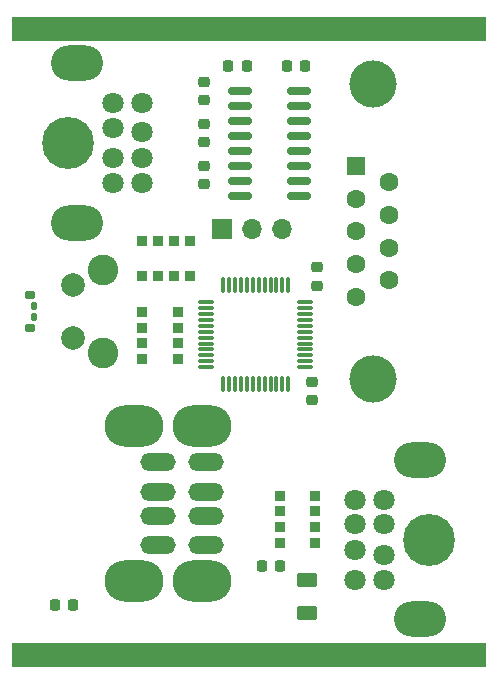
<source format=gbr>
%TF.GenerationSoftware,KiCad,Pcbnew,(7.0.0)*%
%TF.CreationDate,2023-02-18T15:12:11+00:00*%
%TF.ProjectId,ps2usb,70733275-7362-42e6-9b69-6361645f7063,rev?*%
%TF.SameCoordinates,Original*%
%TF.FileFunction,Soldermask,Top*%
%TF.FilePolarity,Negative*%
%FSLAX46Y46*%
G04 Gerber Fmt 4.6, Leading zero omitted, Abs format (unit mm)*
G04 Created by KiCad (PCBNEW (7.0.0)) date 2023-02-18 15:12:11*
%MOMM*%
%LPD*%
G01*
G04 APERTURE LIST*
G04 Aperture macros list*
%AMRoundRect*
0 Rectangle with rounded corners*
0 $1 Rounding radius*
0 $2 $3 $4 $5 $6 $7 $8 $9 X,Y pos of 4 corners*
0 Add a 4 corners polygon primitive as box body*
4,1,4,$2,$3,$4,$5,$6,$7,$8,$9,$2,$3,0*
0 Add four circle primitives for the rounded corners*
1,1,$1+$1,$2,$3*
1,1,$1+$1,$4,$5*
1,1,$1+$1,$6,$7*
1,1,$1+$1,$8,$9*
0 Add four rect primitives between the rounded corners*
20,1,$1+$1,$2,$3,$4,$5,0*
20,1,$1+$1,$4,$5,$6,$7,0*
20,1,$1+$1,$6,$7,$8,$9,0*
20,1,$1+$1,$8,$9,$2,$3,0*%
G04 Aperture macros list end*
%ADD10C,0.100000*%
%ADD11RoundRect,0.225000X-0.250000X0.225000X-0.250000X-0.225000X0.250000X-0.225000X0.250000X0.225000X0*%
%ADD12RoundRect,0.225000X-0.225000X-0.250000X0.225000X-0.250000X0.225000X0.250000X-0.225000X0.250000X0*%
%ADD13C,1.800000*%
%ADD14O,4.400000X3.000000*%
%ADD15C,4.400000*%
%ADD16RoundRect,0.150000X0.300000X0.150000X-0.300000X0.150000X-0.300000X-0.150000X0.300000X-0.150000X0*%
%ADD17RoundRect,0.137500X0.137500X0.162500X-0.137500X0.162500X-0.137500X-0.162500X0.137500X-0.162500X0*%
%ADD18R,0.900000X0.900000*%
%ADD19O,3.000000X1.500000*%
%ADD20O,5.000000X3.500000*%
%ADD21O,0.300000X1.400000*%
%ADD22O,1.400000X0.300000*%
%ADD23RoundRect,0.150000X-0.825000X-0.150000X0.825000X-0.150000X0.825000X0.150000X-0.825000X0.150000X0*%
%ADD24RoundRect,0.225000X0.250000X-0.225000X0.250000X0.225000X-0.250000X0.225000X-0.250000X-0.225000X0*%
%ADD25C,2.000000*%
%ADD26C,2.600000*%
%ADD27R,1.700000X1.700000*%
%ADD28O,1.700000X1.700000*%
%ADD29C,4.000000*%
%ADD30R,1.600000X1.600000*%
%ADD31C,1.600000*%
%ADD32RoundRect,0.250000X-0.625000X0.375000X-0.625000X-0.375000X0.625000X-0.375000X0.625000X0.375000X0*%
G04 APERTURE END LIST*
D10*
X97000000Y-120500000D02*
X137000000Y-120500000D01*
X137000000Y-120500000D02*
X137000000Y-122500000D01*
X137000000Y-122500000D02*
X97000000Y-122500000D01*
X97000000Y-122500000D02*
X97000000Y-120500000D01*
G36*
X97000000Y-120500000D02*
G01*
X137000000Y-120500000D01*
X137000000Y-122500000D01*
X97000000Y-122500000D01*
X97000000Y-120500000D01*
G37*
X97000000Y-67500000D02*
X137000000Y-67500000D01*
X137000000Y-67500000D02*
X137000000Y-69500000D01*
X137000000Y-69500000D02*
X97000000Y-69500000D01*
X97000000Y-69500000D02*
X97000000Y-67500000D01*
G36*
X97000000Y-67500000D02*
G01*
X137000000Y-67500000D01*
X137000000Y-69500000D01*
X97000000Y-69500000D01*
X97000000Y-67500000D01*
G37*
D11*
%TO.C,C4*%
X122800000Y-88725000D03*
X122800000Y-90275000D03*
%TD*%
D12*
%TO.C,C7*%
X120225000Y-71700000D03*
X121775000Y-71700000D03*
%TD*%
D13*
%TO.C,J3*%
X128500000Y-110500000D03*
X128500000Y-113100000D03*
X128500000Y-108400000D03*
X126000000Y-110500000D03*
X128500000Y-115200000D03*
X126000000Y-108400000D03*
X126000000Y-112700000D03*
X126000000Y-115200000D03*
D14*
X131499999Y-105049999D03*
D15*
X132300000Y-111800000D03*
D14*
X131499999Y-118549999D03*
%TD*%
D16*
%TO.C,D1*%
X98500000Y-91100000D03*
D17*
X98825000Y-92050000D03*
X98825000Y-92950000D03*
D16*
X98500000Y-93900000D03*
%TD*%
D18*
%TO.C,RN3*%
X107999999Y-92499999D03*
X107999999Y-93839999D03*
X107999999Y-95159999D03*
X107999999Y-96499999D03*
X110999999Y-96499999D03*
X110999999Y-95159999D03*
X110999999Y-93839999D03*
X110999999Y-92499999D03*
%TD*%
%TO.C,RN1*%
X111999999Y-86499999D03*
X110659999Y-86499999D03*
X109339999Y-86499999D03*
X107999999Y-86499999D03*
X107999999Y-89499999D03*
X109339999Y-89499999D03*
X110659999Y-89499999D03*
X111999999Y-89499999D03*
%TD*%
D12*
%TO.C,C1*%
X100571000Y-117348000D03*
X102121000Y-117348000D03*
%TD*%
D19*
%TO.C,J2*%
X113359999Y-105249999D03*
X109339999Y-105249999D03*
X113359999Y-107749999D03*
X109339999Y-107749999D03*
X113359999Y-109749999D03*
X109339999Y-109749999D03*
X113359999Y-112249999D03*
X109339999Y-112249999D03*
D20*
X113009999Y-102179999D03*
X107329999Y-102179999D03*
X113009999Y-115319999D03*
X107329999Y-115319999D03*
%TD*%
D21*
%TO.C,U1*%
X120351999Y-90234999D03*
X119851999Y-90234999D03*
X119351999Y-90234999D03*
X118851999Y-90234999D03*
X118351999Y-90234999D03*
X117851999Y-90234999D03*
X117351999Y-90234999D03*
X116851999Y-90234999D03*
X116351999Y-90234999D03*
X115851999Y-90234999D03*
X115351999Y-90234999D03*
X114851999Y-90234999D03*
D22*
X113401999Y-91684999D03*
X113401999Y-92184999D03*
X113401999Y-92684999D03*
X113401999Y-93184999D03*
X113401999Y-93684999D03*
X113401999Y-94184999D03*
X113401999Y-94684999D03*
X113401999Y-95184999D03*
X113401999Y-95684999D03*
X113401999Y-96184999D03*
X113401999Y-96684999D03*
X113401999Y-97184999D03*
D21*
X114851999Y-98634999D03*
X115351999Y-98634999D03*
X115851999Y-98634999D03*
X116351999Y-98634999D03*
X116851999Y-98634999D03*
X117351999Y-98634999D03*
X117851999Y-98634999D03*
X118351999Y-98634999D03*
X118851999Y-98634999D03*
X119351999Y-98634999D03*
X119851999Y-98634999D03*
X120351999Y-98634999D03*
D22*
X121801999Y-97184999D03*
X121801999Y-96684999D03*
X121801999Y-96184999D03*
X121801999Y-95684999D03*
X121801999Y-95184999D03*
X121801999Y-94684999D03*
X121801999Y-94184999D03*
X121801999Y-93684999D03*
X121801999Y-93184999D03*
X121801999Y-92684999D03*
X121801999Y-92184999D03*
X121801999Y-91684999D03*
%TD*%
D18*
%TO.C,RN2*%
X122629999Y-112053999D03*
X122629999Y-110713999D03*
X122629999Y-109393999D03*
X122629999Y-108053999D03*
X119629999Y-108053999D03*
X119629999Y-109393999D03*
X119629999Y-110713999D03*
X119629999Y-112053999D03*
%TD*%
D23*
%TO.C,U2*%
X116275000Y-73788800D03*
X116275000Y-75058800D03*
X116275000Y-76328800D03*
X116275000Y-77598800D03*
X116275000Y-78868800D03*
X116275000Y-80138800D03*
X116275000Y-81408800D03*
X116275000Y-82678800D03*
X121225000Y-82678800D03*
X121225000Y-81408800D03*
X121225000Y-80138800D03*
X121225000Y-78868800D03*
X121225000Y-77598800D03*
X121225000Y-76328800D03*
X121225000Y-75058800D03*
X121225000Y-73788800D03*
%TD*%
D24*
%TO.C,C6*%
X113250000Y-74599000D03*
X113250000Y-73049000D03*
%TD*%
D25*
%TO.C,S1*%
X102128000Y-90250000D03*
X102128000Y-94750000D03*
D26*
X104628000Y-89000000D03*
X104628000Y-96000000D03*
%TD*%
D27*
%TO.C,J5*%
X114709999Y-85499999D03*
D28*
X117249999Y-85499999D03*
X119789999Y-85499999D03*
%TD*%
D12*
%TO.C,C10*%
X115275000Y-71715800D03*
X116825000Y-71715800D03*
%TD*%
D11*
%TO.C,C9*%
X113256000Y-80161000D03*
X113256000Y-81711000D03*
%TD*%
D12*
%TO.C,C2*%
X118097000Y-114046000D03*
X119647000Y-114046000D03*
%TD*%
D29*
%TO.C,J4*%
X127489669Y-98190000D03*
X127489669Y-73190000D03*
D30*
X126069668Y-80149999D03*
D31*
X126069669Y-82920000D03*
X126069669Y-85690000D03*
X126069669Y-88460000D03*
X126069669Y-91230000D03*
X128909669Y-81535000D03*
X128909669Y-84305000D03*
X128909669Y-87075000D03*
X128909669Y-89845000D03*
%TD*%
D24*
%TO.C,C3*%
X122400000Y-99975000D03*
X122400000Y-98425000D03*
%TD*%
%TO.C,C8*%
X113250000Y-78155000D03*
X113250000Y-76605000D03*
%TD*%
D13*
%TO.C,J1*%
X105500000Y-79500000D03*
X105500000Y-76900000D03*
X105500000Y-81600000D03*
X108000000Y-79500000D03*
X105500000Y-74800000D03*
X108000000Y-81600000D03*
X108000000Y-77300000D03*
X108000000Y-74800000D03*
D14*
X102499999Y-84949999D03*
D15*
X101700000Y-78200000D03*
D14*
X102499999Y-71449999D03*
%TD*%
D32*
%TO.C,F1*%
X121920000Y-115186000D03*
X121920000Y-117986000D03*
%TD*%
M02*

</source>
